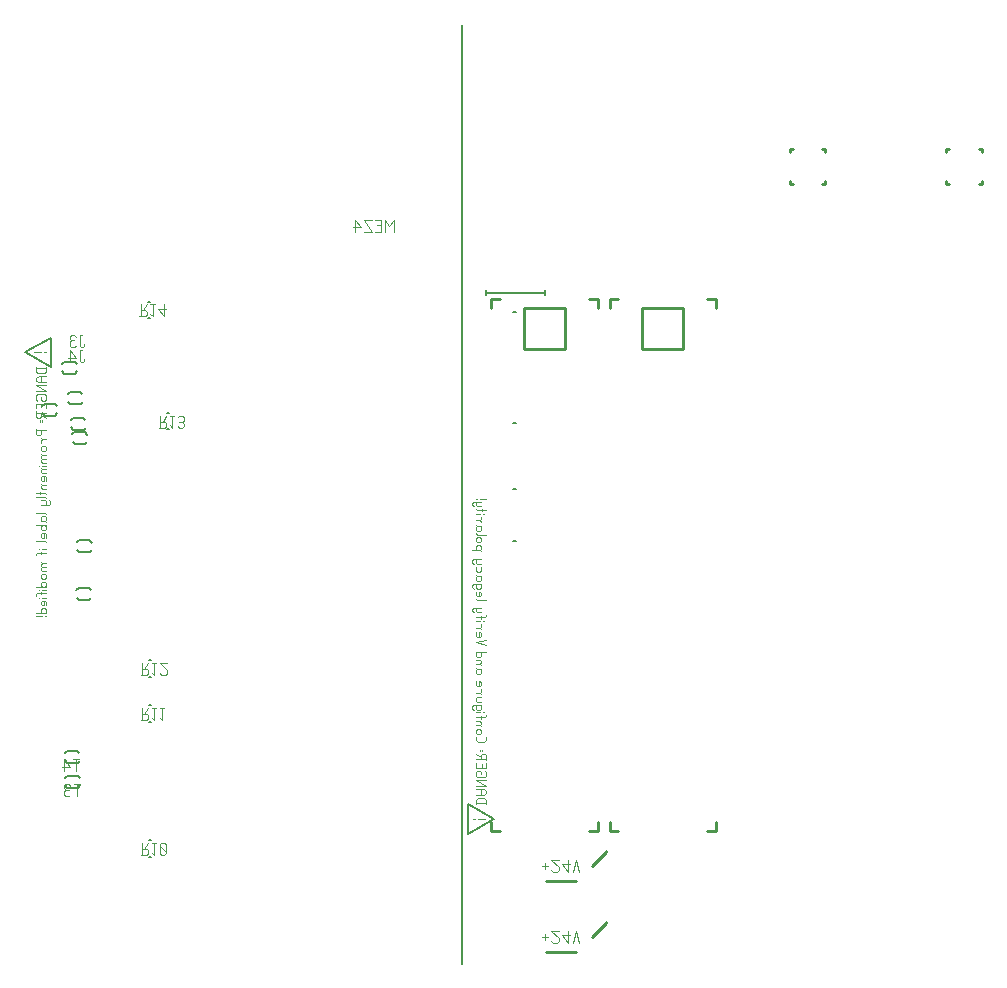
<source format=gbr>
G04 start of page 14 for group -4078 idx -4078 *
G04 Title: (unknown), bottomsilk *
G04 Creator: pcb 4.2.0 *
G04 CreationDate: Mon Sep 28 02:32:54 2020 UTC *
G04 For: commonadmin *
G04 Format: Gerber/RS-274X *
G04 PCB-Dimensions (mil): 24000.00 18000.00 *
G04 PCB-Coordinate-Origin: lower left *
%MOIN*%
%FSLAX25Y25*%
%LNBOTTOMSILK*%
%ADD277C,0.0080*%
%ADD276C,0.0041*%
%ADD275C,0.0033*%
%ADD274C,0.0040*%
%ADD273C,0.0060*%
%ADD272C,0.0100*%
G54D272*X651575Y336417D02*X648622D01*
X651575D02*Y339370D01*
X614803Y305906D02*Y305551D01*
X610236Y300984D01*
X601378Y510630D02*X587598D01*
X601378Y496850D02*Y510630D01*
X587598Y496850D02*X601378D01*
X587598Y510630D02*Y496850D01*
G54D273*X585100Y509300D02*X584100D01*
G54D272*X640748Y510630D02*X626969D01*
X651575Y513583D02*Y510630D01*
Y513583D02*X648622D01*
X640748Y496850D02*Y510630D01*
X626969Y496850D02*X640748D01*
X626969Y510630D02*Y496850D01*
X576772Y513583D02*Y510630D01*
G54D273*X585100Y472300D02*X584100D01*
X585100Y450200D02*X584100D01*
X585100Y433000D02*X584100D01*
G54D272*X576772Y513583D02*X579724D01*
G54D273*X574800Y515800D02*X594500D01*
X574800Y516500D02*Y515100D01*
X594500D02*Y516500D01*
G54D272*X612205Y513583D02*X609252D01*
X612205D02*Y510630D01*
X616142Y513583D02*Y510630D01*
Y513583D02*X619094D01*
G54D273*X430118Y500787D02*Y490945D01*
X421260Y495866D01*
X430118Y500787D01*
G54D272*X728346Y552953D02*Y551969D01*
X729331D01*
X740157Y552953D02*Y551969D01*
X739173D01*
X728346Y562795D02*Y563780D01*
X729331D01*
X740157D02*Y562795D01*
Y563780D02*X739173D01*
X687008D02*X687992D01*
Y562795D01*
X676181Y563780D02*X677165D01*
X676181D02*Y562795D01*
X687992Y551969D02*Y552953D01*
Y551969D02*X687008D01*
X676181D02*X677165D01*
X676181D02*Y552953D01*
X612205Y336417D02*X609252D01*
X612205D02*Y339370D01*
X616142Y336417D02*X619094D01*
X616142D02*Y339370D01*
X594803Y319685D02*X604803D01*
X614803Y329685D02*Y329173D01*
X610236Y324606D02*X614803Y329173D01*
X594803Y295906D02*X604803D01*
X576772Y336417D02*X579724D01*
X576772D02*Y339370D01*
G54D273*X577756Y340354D02*X568898Y335433D01*
Y345276D02*X577756Y340354D01*
X568898Y345276D02*Y335433D01*
X566929Y292126D02*Y605118D01*
G54D274*X593504Y301031D02*X595504D01*
X594504Y300031D02*Y302031D01*
X596704Y299531D02*X597204Y299031D01*
X598704D01*
X599204Y299531D01*
Y300531D01*
X596704Y303031D02*X599204Y300531D01*
X596704Y303031D02*X599204D01*
X600404Y301531D02*X602404Y299031D01*
X600404Y301531D02*X602904D01*
X602404Y299031D02*Y303031D01*
X604104Y299031D02*X605104Y303031D01*
X606104Y299031D01*
X593504Y324654D02*X595504D01*
X594504Y323654D02*Y325654D01*
X596704Y323154D02*X597204Y322654D01*
X598704D01*
X599204Y323154D01*
Y324154D01*
X596704Y326654D02*X599204Y324154D01*
X596704Y326654D02*X599204D01*
X600404Y325154D02*X602404Y322654D01*
X600404Y325154D02*X602904D01*
X602404Y322654D02*Y326654D01*
X604104Y322654D02*X605104Y326654D01*
X606104Y322654D01*
G54D275*X425033Y490535D02*X428313D01*
X425033Y489469D02*X425607Y488895D01*
X427739D01*
X428313Y489469D02*X427739Y488895D01*
X428313Y489469D02*Y490945D01*
X425033Y489469D02*Y490945D01*
X425853Y487911D02*X428313D01*
X425853D02*X425033Y487337D01*
Y486435D02*Y487337D01*
Y486435D02*X425853Y485861D01*
X428313D01*
X426673D02*Y487911D01*
X425033Y484877D02*X428313D01*
X425033D02*X428313Y482827D01*
X425033D02*X428313D01*
X425033Y480203D02*X425443Y479793D01*
X425033Y480203D02*Y481433D01*
X425443Y481843D02*X425033Y481433D01*
X425443Y481843D02*X427903D01*
X428313Y481433D01*
Y480203D02*Y481433D01*
Y480203D02*X427903Y479793D01*
X427083D02*X427903D01*
X426673Y480203D02*X427083Y479793D01*
X426673Y480203D02*Y481023D01*
X426509Y477579D02*Y478809D01*
X428313Y477169D02*Y478809D01*
X425033D02*X428313D01*
X425033Y477169D02*Y478809D01*
Y474545D02*Y476185D01*
Y474545D02*X425443Y474135D01*
X426263D01*
X426673Y474545D02*X426263Y474135D01*
X426673Y474545D02*Y475775D01*
X425033D02*X428313D01*
X426673Y475119D02*X428313Y474135D01*
X426263Y472741D02*Y473151D01*
X427083Y472741D02*Y473151D01*
X425033Y469871D02*X428313D01*
X425033Y468641D02*Y470281D01*
Y468641D02*X425443Y468231D01*
X426263D01*
X426673Y468641D02*X426263Y468231D01*
X426673Y468641D02*Y469871D01*
X427083Y466837D02*X428313D01*
X427083D02*X426673Y466427D01*
Y465607D02*Y466427D01*
Y467247D02*X427083Y466837D01*
Y464623D02*X427903D01*
X427083D02*X426673Y464213D01*
Y463393D02*Y464213D01*
Y463393D02*X427083Y462983D01*
X427903D01*
X428313Y463393D02*X427903Y462983D01*
X428313Y463393D02*Y464213D01*
X427903Y464623D02*X428313Y464213D01*
X427083Y461589D02*X428313D01*
X427083D02*X426673Y461179D01*
Y460769D02*Y461179D01*
Y460769D02*X427083Y460359D01*
X428313D01*
X427083D02*X426673Y459949D01*
Y459539D02*Y459949D01*
Y459539D02*X427083Y459129D01*
X428313D01*
X426673Y461999D02*X427083Y461589D01*
G54D276*X425853Y458145D02*X425935D01*
G54D275*X427083D02*X428313D01*
X427083Y456915D02*X428313D01*
X427083D02*X426673Y456505D01*
Y456095D02*Y456505D01*
Y456095D02*X427083Y455685D01*
X428313D01*
X426673Y457325D02*X427083Y456915D01*
X428313Y453061D02*Y454291D01*
X427903Y454701D02*X428313Y454291D01*
X427083Y454701D02*X427903D01*
X427083D02*X426673Y454291D01*
Y453471D02*Y454291D01*
Y453471D02*X427083Y453061D01*
X427493D02*Y454701D01*
X427083Y453061D02*X427493D01*
X427083Y451667D02*X428313D01*
X427083D02*X426673Y451257D01*
Y450847D02*Y451257D01*
Y450847D02*X427083Y450437D01*
X428313D01*
X426673Y452077D02*X427083Y451667D01*
X425033Y449043D02*X427903D01*
X428313Y448633D01*
X426263D02*Y449453D01*
X425033Y447813D02*X427903D01*
X428313Y447403D01*
X426673Y446583D02*X427903D01*
X428313Y446173D01*
X426673Y444943D02*X429133D01*
X429543Y445353D02*X429133Y444943D01*
X429543Y445353D02*Y446173D01*
X429133Y446583D02*X429543Y446173D01*
X428313Y445353D02*Y446173D01*
Y445353D02*X427903Y444943D01*
X425033Y442483D02*X427903D01*
X428313Y442073D01*
X426673Y440023D02*X427083Y439613D01*
X426673Y440023D02*Y440843D01*
X427083Y441253D02*X426673Y440843D01*
X427083Y441253D02*X427903D01*
X428313Y440843D01*
X426673Y439613D02*X427903D01*
X428313Y439203D01*
Y440023D02*Y440843D01*
Y440023D02*X427903Y439613D01*
X425033Y438219D02*X428313D01*
X427903D02*X428313Y437809D01*
Y436989D02*Y437809D01*
Y436989D02*X427903Y436579D01*
X427083D02*X427903D01*
X426673Y436989D02*X427083Y436579D01*
X426673Y436989D02*Y437809D01*
X427083Y438219D02*X426673Y437809D01*
X428313Y433955D02*Y435185D01*
X427903Y435595D02*X428313Y435185D01*
X427083Y435595D02*X427903D01*
X427083D02*X426673Y435185D01*
Y434365D02*Y435185D01*
Y434365D02*X427083Y433955D01*
X427493D02*Y435595D01*
X427083Y433955D02*X427493D01*
X425033Y432971D02*X427903D01*
X428313Y432561D01*
G54D276*X425853Y430265D02*X425935D01*
G54D275*X427083D02*X428313D01*
X425443Y429035D02*X428313D01*
X425443D02*X425033Y428625D01*
Y428215D02*Y428625D01*
X426673D02*Y429445D01*
X427083Y425509D02*X428313D01*
X427083D02*X426673Y425099D01*
Y424689D02*Y425099D01*
Y424689D02*X427083Y424279D01*
X428313D01*
X427083D02*X426673Y423869D01*
Y423459D02*Y423869D01*
Y423459D02*X427083Y423049D01*
X428313D01*
X426673Y425919D02*X427083Y425509D01*
Y422065D02*X427903D01*
X427083D02*X426673Y421655D01*
Y420835D02*Y421655D01*
Y420835D02*X427083Y420425D01*
X427903D01*
X428313Y420835D02*X427903Y420425D01*
X428313Y420835D02*Y421655D01*
X427903Y422065D02*X428313Y421655D01*
X425033Y417801D02*X428313D01*
Y418211D02*X427903Y417801D01*
X428313Y418211D02*Y419031D01*
X427903Y419441D02*X428313Y419031D01*
X427083Y419441D02*X427903D01*
X427083D02*X426673Y419031D01*
Y418211D02*Y419031D01*
Y418211D02*X427083Y417801D01*
G54D276*X425853Y416817D02*X425935D01*
G54D275*X427083D02*X428313D01*
X425443Y415587D02*X428313D01*
X425443D02*X425033Y415177D01*
Y414767D02*Y415177D01*
X426673D02*Y415997D01*
G54D276*X425853Y413947D02*X425935D01*
G54D275*X427083D02*X428313D01*
Y411487D02*Y412717D01*
X427903Y413127D02*X428313Y412717D01*
X427083Y413127D02*X427903D01*
X427083D02*X426673Y412717D01*
Y411897D02*Y412717D01*
Y411897D02*X427083Y411487D01*
X427493D02*Y413127D01*
X427083Y411487D02*X427493D01*
X425033Y408863D02*X428313D01*
Y409273D02*X427903Y408863D01*
X428313Y409273D02*Y410093D01*
X427903Y410503D02*X428313Y410093D01*
X427083Y410503D02*X427903D01*
X427083D02*X426673Y410093D01*
Y409273D02*Y410093D01*
Y409273D02*X427083Y408863D01*
X427903Y407879D02*X428313D01*
X425033D02*X427083D01*
G54D274*X427728Y495866D02*X428228D01*
X424228D02*X426728D01*
X570787Y340354D02*X571287D01*
X572287D02*X574787D01*
G54D275*X571687Y345686D02*X574967D01*
Y346752D02*X574393Y347326D01*
X572261D02*X574393D01*
X571687Y346752D02*X572261Y347326D01*
X571687Y345276D02*Y346752D01*
X574967Y345276D02*Y346752D01*
X571687Y348310D02*X574147D01*
X574967Y348884D01*
Y349786D01*
X574147Y350360D01*
X571687D02*X574147D01*
X573327Y348310D02*Y350360D01*
X571687Y351344D02*X574967D01*
X571687Y353394D01*
X574967D01*
Y356018D02*X574557Y356428D01*
X574967Y354788D02*Y356018D01*
X574557Y354378D02*X574967Y354788D01*
X572097Y354378D02*X574557D01*
X572097D02*X571687Y354788D01*
Y356018D01*
X572097Y356428D01*
X572917D01*
X573327Y356018D02*X572917Y356428D01*
X573327Y355198D02*Y356018D01*
X573491Y357412D02*Y358642D01*
X571687Y357412D02*Y359052D01*
Y357412D02*X574967D01*
Y359052D01*
Y360036D02*Y361676D01*
X574557Y362086D01*
X573737D02*X574557D01*
X573327Y361676D02*X573737Y362086D01*
X573327Y360446D02*Y361676D01*
X571687Y360446D02*X574967D01*
X573327Y361102D02*X571687Y362086D01*
X573737Y363070D02*Y363480D01*
X572917Y363070D02*Y363480D01*
X571687Y366514D02*Y367580D01*
X572261Y365940D02*X571687Y366514D01*
X572261Y365940D02*X574393D01*
X574967Y366514D01*
Y367580D01*
X572097Y368564D02*X572917D01*
X573327Y368974D01*
Y369794D01*
X572917Y370204D01*
X572097D02*X572917D01*
X571687Y369794D02*X572097Y370204D01*
X571687Y368974D02*Y369794D01*
X572097Y368564D02*X571687Y368974D01*
Y371598D02*X572917D01*
X573327Y372008D01*
Y372418D01*
X572917Y372828D01*
X571687D02*X572917D01*
X573327Y371188D02*X572917Y371598D01*
X571687Y374222D02*X574557D01*
X574967Y374632D01*
Y375042D01*
X573327Y373812D02*Y374632D01*
G54D276*X574065Y375862D02*X574147D01*
G54D275*X571687D02*X572917D01*
X573327Y377912D02*X572917Y378322D01*
X573327Y377092D02*Y377912D01*
X572917Y376682D02*X573327Y377092D01*
X572097Y376682D02*X572917D01*
X572097D02*X571687Y377092D01*
Y377912D01*
X572097Y378322D01*
X570867Y376682D02*X570457Y377092D01*
Y377912D01*
X570867Y378322D01*
X573327D01*
X572097Y379306D02*X573327D01*
X572097D02*X571687Y379716D01*
Y380536D01*
X572097Y380946D01*
X573327D01*
X571687Y382340D02*X572917D01*
X573327Y382750D01*
Y383570D01*
Y381930D02*X572917Y382340D01*
X571687Y384964D02*Y386194D01*
X572097Y384554D02*X571687Y384964D01*
X572097Y384554D02*X572917D01*
X573327Y384964D01*
Y385784D01*
X572917Y386194D01*
X572507Y384554D02*Y386194D01*
X572917D01*
X573327Y389884D02*X572917Y390294D01*
X573327Y389064D02*Y389884D01*
X572917Y388654D02*X573327Y389064D01*
X572097Y388654D02*X572917D01*
X572097D02*X571687Y389064D01*
X572097Y390294D02*X573327D01*
X572097D02*X571687Y390704D01*
Y389064D02*Y389884D01*
X572097Y390294D01*
X571687Y392098D02*X572917D01*
X573327Y392508D01*
Y392918D01*
X572917Y393328D01*
X571687D02*X572917D01*
X573327Y391688D02*X572917Y392098D01*
X571687Y395952D02*X574967D01*
X571687Y395542D02*X572097Y395952D01*
X571687Y394722D02*Y395542D01*
X572097Y394312D02*X571687Y394722D01*
X572097Y394312D02*X572917D01*
X573327Y394722D01*
Y395542D01*
X572917Y395952D01*
X574967Y398412D02*X571687Y399232D01*
X574967Y400052D01*
X571687Y401446D02*Y402676D01*
X572097Y401036D02*X571687Y401446D01*
X572097Y401036D02*X572917D01*
X573327Y401446D01*
Y402266D01*
X572917Y402676D01*
X572507Y401036D02*Y402676D01*
X572917D01*
X571687Y404070D02*X572917D01*
X573327Y404480D01*
Y405300D01*
Y403660D02*X572917Y404070D01*
G54D276*X574065Y406284D02*X574147D01*
G54D275*X571687D02*X572917D01*
X571687Y407514D02*X574557D01*
X574967Y407924D01*
Y408334D01*
X573327Y407104D02*Y407924D01*
X572097Y409154D02*X573327D01*
X572097D02*X571687Y409564D01*
X570867Y410794D02*X573327D01*
X570457Y410384D02*X570867Y410794D01*
X570457Y409564D02*Y410384D01*
X570867Y409154D02*X570457Y409564D01*
X571687D02*Y410384D01*
X572097Y410794D01*
Y413254D02*X574967D01*
X572097D02*X571687Y413664D01*
Y414894D02*Y416124D01*
X572097Y414484D02*X571687Y414894D01*
X572097Y414484D02*X572917D01*
X573327Y414894D01*
Y415714D01*
X572917Y416124D01*
X572507Y414484D02*Y416124D01*
X572917D01*
X573327Y418338D02*X572917Y418748D01*
X573327Y417518D02*Y418338D01*
X572917Y417108D02*X573327Y417518D01*
X572097Y417108D02*X572917D01*
X572097D02*X571687Y417518D01*
Y418338D01*
X572097Y418748D01*
X570867Y417108D02*X570457Y417518D01*
Y418338D01*
X570867Y418748D01*
X573327D01*
Y420962D02*X572917Y421372D01*
X573327Y420142D02*Y420962D01*
X572917Y419732D02*X573327Y420142D01*
X572097Y419732D02*X572917D01*
X572097D02*X571687Y420142D01*
X572097Y421372D02*X573327D01*
X572097D02*X571687Y421782D01*
Y420142D02*Y420962D01*
X572097Y421372D01*
X573327Y423176D02*Y424406D01*
X572917Y422766D02*X573327Y423176D01*
X572097Y422766D02*X572917D01*
X572097D02*X571687Y423176D01*
Y424406D01*
X572097Y425390D02*X573327D01*
X572097D02*X571687Y425800D01*
X570867Y427030D02*X573327D01*
X570457Y426620D02*X570867Y427030D01*
X570457Y425800D02*Y426620D01*
X570867Y425390D02*X570457Y425800D01*
X571687D02*Y426620D01*
X572097Y427030D01*
X570457Y429900D02*X572917D01*
X573327Y429490D02*X572917Y429900D01*
X573327Y430310D01*
Y431130D01*
X572917Y431540D01*
X572097D02*X572917D01*
X571687Y431130D02*X572097Y431540D01*
X571687Y430310D02*Y431130D01*
X572097Y429900D02*X571687Y430310D01*
X572097Y432524D02*X572917D01*
X573327Y432934D01*
Y433754D01*
X572917Y434164D01*
X572097D02*X572917D01*
X571687Y433754D02*X572097Y434164D01*
X571687Y432934D02*Y433754D01*
X572097Y432524D02*X571687Y432934D01*
X572097Y435148D02*X574967D01*
X572097D02*X571687Y435558D01*
X573327Y437608D02*X572917Y438018D01*
X573327Y436788D02*Y437608D01*
X572917Y436378D02*X573327Y436788D01*
X572097Y436378D02*X572917D01*
X572097D02*X571687Y436788D01*
X572097Y438018D02*X573327D01*
X572097D02*X571687Y438428D01*
Y436788D02*Y437608D01*
X572097Y438018D01*
X571687Y439822D02*X572917D01*
X573327Y440232D01*
Y441052D01*
Y439412D02*X572917Y439822D01*
G54D276*X574065Y442036D02*X574147D01*
G54D275*X571687D02*X572917D01*
X572097Y443266D02*X574967D01*
X572097D02*X571687Y443676D01*
X573737Y442856D02*Y443676D01*
X572097Y444496D02*X573327D01*
X572097D02*X571687Y444906D01*
X570867Y446136D02*X573327D01*
X570457Y445726D02*X570867Y446136D01*
X570457Y444906D02*Y445726D01*
X570867Y444496D02*X570457Y444906D01*
X571687D02*Y445726D01*
X572097Y446136D01*
X571687Y447120D02*X572097D01*
X572917D02*X574967D01*
G54D277*X462564Y387745D02*X463350D01*
X462564Y393255D02*X463350D01*
G54D273*X435350Y359100D02*X434550Y359900D01*
X435350Y359100D02*X438850D01*
X439550Y359800D02*X438850Y359100D01*
X438750Y363100D02*X439450Y362400D01*
X435250Y363100D02*X438750D01*
X434550Y362400D02*X435250Y363100D01*
X435400Y350800D02*X434600Y351600D01*
X435400Y350800D02*X438900D01*
X439600Y351500D02*X438900Y350800D01*
X438800Y354800D02*X439500Y354100D01*
X435300Y354800D02*X438800D01*
X434600Y354100D02*X435300Y354800D01*
G54D277*X462564Y327745D02*X463350D01*
X462564Y333255D02*X463350D01*
X462564Y372745D02*X463350D01*
X462564Y378255D02*X463350D01*
X462150Y507245D02*X462936D01*
X462150Y512755D02*X462936D01*
G54D273*X442750Y433200D02*X443550Y432400D01*
X439250Y433200D02*X442750D01*
X438550Y432500D02*X439250Y433200D01*
X439350Y429200D02*X438650Y429900D01*
X439350Y429200D02*X442850D01*
X443550Y429900D02*X442850Y429200D01*
X442650Y417400D02*X443450Y416600D01*
X439150Y417400D02*X442650D01*
X438450Y416700D02*X439150Y417400D01*
X439250Y413400D02*X438550Y414100D01*
X439250Y413400D02*X442750D01*
X443450Y414100D02*X442750Y413400D01*
G54D277*X468607Y470202D02*X469393D01*
X468607Y475712D02*X469393D01*
G54D273*X441250Y469200D02*X442050Y468400D01*
X437750Y469200D02*X441250D01*
X437050Y468500D02*X437750Y469200D01*
X437850Y465200D02*X437150Y465900D01*
X437850Y465200D02*X441350D01*
X442050Y465900D02*X441350Y465200D01*
X437350Y470100D02*X436550Y470900D01*
X437350Y470100D02*X440850D01*
X441550Y470800D02*X440850Y470100D01*
X440750Y474100D02*X441450Y473400D01*
X437250Y474100D02*X440750D01*
X436550Y473400D02*X437250Y474100D01*
X427900Y474800D02*X427100Y475600D01*
X427900Y474800D02*X431400D01*
X432100Y475500D02*X431400Y474800D01*
X431300Y478800D02*X432000Y478100D01*
X427800Y478800D02*X431300D01*
X427100Y478100D02*X427800Y478800D01*
X436350Y478600D02*X435550Y479400D01*
X436350Y478600D02*X439850D01*
X440550Y479300D02*X439850Y478600D01*
X439750Y482600D02*X440450Y481900D01*
X436250Y482600D02*X439750D01*
X435550Y481900D02*X436250Y482600D01*
X434400Y488800D02*X433600Y489600D01*
X434400Y488800D02*X437900D01*
X438600Y489500D02*X437900Y488800D01*
X437800Y492800D02*X438500Y492100D01*
X434300Y492800D02*X437800D01*
X433600Y492100D02*X434300Y492800D01*
G54D274*X544291Y536142D02*Y540142D01*
X542791Y538142D01*
X541291Y540142D01*
Y536142D02*Y540142D01*
X538591Y538342D02*X540091D01*
X538091Y536142D02*X540091D01*
Y540142D01*
X538091D02*X540091D01*
X534391D02*X536891D01*
Y536142D02*X534391Y540142D01*
Y536142D02*X536891D01*
X533191Y537642D02*X531191Y540142D01*
X530691Y537642D02*X533191D01*
X531191Y536142D02*Y540142D01*
X459393Y507850D02*X461393D01*
X461893Y508350D01*
Y509350D01*
X461393Y509850D02*X461893Y509350D01*
X459893Y509850D02*X461393D01*
X459893Y507850D02*Y511850D01*
X460693Y509850D02*X461893Y511850D01*
X463093Y508650D02*X463893Y507850D01*
Y511850D01*
X463093D02*X464593D01*
X465793Y510350D02*X467793Y507850D01*
X465793Y510350D02*X468293D01*
X467793Y507850D02*Y511850D01*
X439469Y501650D02*X440269D01*
X439469Y498150D02*Y501650D01*
X439969Y497650D02*X439469Y498150D01*
X439969Y497650D02*X440469D01*
X440969Y498150D02*X440469Y497650D01*
X440969Y498150D02*Y498650D01*
X438269Y501150D02*X437769Y501650D01*
X436769D02*X437769D01*
X436769D02*X436269Y501150D01*
X436769Y497650D02*X436269Y498150D01*
X436769Y497650D02*X437769D01*
X438269Y498150D02*X437769Y497650D01*
X436769Y499850D02*X437769D01*
X436269Y500350D02*Y501150D01*
Y498150D02*Y499350D01*
X436769Y499850D01*
X436269Y500350D02*X436769Y499850D01*
X439469Y496650D02*X440269D01*
X439469Y493150D02*Y496650D01*
X439969Y492650D02*X439469Y493150D01*
X439969Y492650D02*X440469D01*
X440969Y493150D02*X440469Y492650D01*
X440969Y493150D02*Y493650D01*
X438269Y494150D02*X436269Y496650D01*
X435769Y494150D02*X438269D01*
X436269Y492650D02*Y496650D01*
X465850Y470807D02*X467850D01*
X468350Y471307D01*
Y472307D01*
X467850Y472807D02*X468350Y472307D01*
X466350Y472807D02*X467850D01*
X466350Y470807D02*Y474807D01*
X467150Y472807D02*X468350Y474807D01*
X469550Y471607D02*X470350Y470807D01*
Y474807D01*
X469550D02*X471050D01*
X472250Y471307D02*X472750Y470807D01*
X473750D01*
X474250Y471307D01*
X473750Y474807D02*X474250Y474307D01*
X472750Y474807D02*X473750D01*
X472250Y474307D02*X472750Y474807D01*
Y472607D02*X473750D01*
X474250Y471307D02*Y472107D01*
Y473107D02*Y474307D01*
Y473107D02*X473750Y472607D01*
X474250Y472107D02*X473750Y472607D01*
X459807Y388350D02*X461807D01*
X462307Y388850D01*
Y389850D01*
X461807Y390350D02*X462307Y389850D01*
X460307Y390350D02*X461807D01*
X460307Y388350D02*Y392350D01*
X461107Y390350D02*X462307Y392350D01*
X463507Y389150D02*X464307Y388350D01*
Y392350D01*
X463507D02*X465007D01*
X466207Y388850D02*X466707Y388350D01*
X468207D01*
X468707Y388850D01*
Y389850D01*
X466207Y392350D02*X468707Y389850D01*
X466207Y392350D02*X468707D01*
X437450Y360200D02*X439450D01*
X438450Y356200D02*Y360200D01*
X436250Y357700D02*X434250Y360200D01*
X433750Y357700D02*X436250D01*
X434250Y356200D02*Y360200D01*
X437500Y351900D02*X439500D01*
X438500Y347900D02*Y351900D01*
X436300Y351400D02*X435800Y351900D01*
X434800D02*X435800D01*
X434800D02*X434300Y351400D01*
X434800Y347900D02*X434300Y348400D01*
X434800Y347900D02*X435800D01*
X436300Y348400D02*X435800Y347900D01*
X434800Y350100D02*X435800D01*
X434300Y350600D02*Y351400D01*
Y348400D02*Y349600D01*
X434800Y350100D01*
X434300Y350600D02*X434800Y350100D01*
X459807Y373350D02*X461807D01*
X462307Y373850D01*
Y374850D01*
X461807Y375350D02*X462307Y374850D01*
X460307Y375350D02*X461807D01*
X460307Y373350D02*Y377350D01*
X461107Y375350D02*X462307Y377350D01*
X463507Y374150D02*X464307Y373350D01*
Y377350D01*
X463507D02*X465007D01*
X466207Y374150D02*X467007Y373350D01*
Y377350D01*
X466207D02*X467707D01*
X459807Y328350D02*X461807D01*
X462307Y328850D01*
Y329850D01*
X461807Y330350D02*X462307Y329850D01*
X460307Y330350D02*X461807D01*
X460307Y328350D02*Y332350D01*
X461107Y330350D02*X462307Y332350D01*
X463507Y329150D02*X464307Y328350D01*
Y332350D01*
X463507D02*X465007D01*
X466207Y331850D02*X466707Y332350D01*
X466207Y328850D02*Y331850D01*
Y328850D02*X466707Y328350D01*
X467707D01*
X468207Y328850D01*
Y331850D01*
X467707Y332350D02*X468207Y331850D01*
X466707Y332350D02*X467707D01*
X466207Y331350D02*X468207Y329350D01*
M02*

</source>
